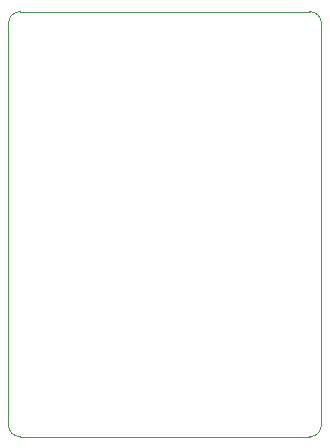
<source format=gm1>
G04 #@! TF.GenerationSoftware,KiCad,Pcbnew,8.0.3*
G04 #@! TF.CreationDate,2024-07-18T13:22:42+02:00*
G04 #@! TF.ProjectId,vpp-maker-rev6-ian,7670702d-6d61-46b6-9572-2d726576362d,rev?*
G04 #@! TF.SameCoordinates,Original*
G04 #@! TF.FileFunction,Profile,NP*
%FSLAX46Y46*%
G04 Gerber Fmt 4.6, Leading zero omitted, Abs format (unit mm)*
G04 Created by KiCad (PCBNEW 8.0.3) date 2024-07-18 13:22:42*
%MOMM*%
%LPD*%
G01*
G04 APERTURE LIST*
G04 #@! TA.AperFunction,Profile*
%ADD10C,0.100000*%
G04 #@! TD*
G04 APERTURE END LIST*
D10*
X138000000Y-69000000D02*
X162500000Y-69000000D01*
X138000000Y-105000000D02*
X162500000Y-105000000D01*
X163500000Y-104000000D02*
X163500000Y-70000000D01*
X137000000Y-70000000D02*
X137000000Y-104000000D01*
X163500000Y-104000000D02*
G75*
G02*
X162500000Y-105000000I-1000000J0D01*
G01*
X162500000Y-69000000D02*
G75*
G02*
X163500000Y-70000000I0J-1000000D01*
G01*
X138000000Y-105000000D02*
G75*
G02*
X137000000Y-104000000I0J1000000D01*
G01*
X137000000Y-70000000D02*
G75*
G02*
X138000000Y-69000000I1000000J0D01*
G01*
M02*

</source>
